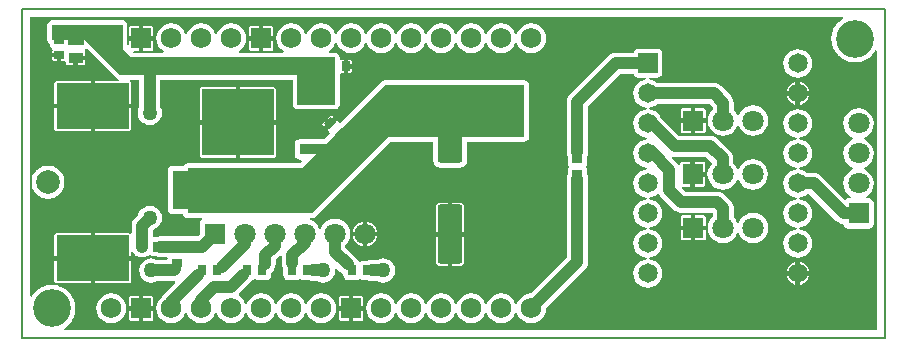
<source format=gtl>
G04 Layer_Physical_Order=1*
G04 Layer_Color=255*
%FSLAX24Y24*%
%MOIN*%
G70*
G01*
G75*
%ADD10R,0.0319X0.0280*%
%ADD11R,0.0512X0.0374*%
%ADD12R,0.0520X0.0386*%
%ADD13R,0.0280X0.0319*%
G04:AMPARAMS|DCode=14|XSize=31.9mil|YSize=28mil|CornerRadius=0mil|HoleSize=0mil|Usage=FLASHONLY|Rotation=45.000|XOffset=0mil|YOffset=0mil|HoleType=Round|Shape=Rectangle|*
%AMROTATEDRECTD14*
4,1,4,-0.0014,-0.0212,-0.0212,-0.0014,0.0014,0.0212,0.0212,0.0014,-0.0014,-0.0212,0.0*
%
%ADD14ROTATEDRECTD14*%

G04:AMPARAMS|DCode=15|XSize=199.2mil|YSize=83.1mil|CornerRadius=10.4mil|HoleSize=0mil|Usage=FLASHONLY|Rotation=270.000|XOffset=0mil|YOffset=0mil|HoleType=Round|Shape=RoundedRectangle|*
%AMROUNDEDRECTD15*
21,1,0.1992,0.0623,0,0,270.0*
21,1,0.1784,0.0831,0,0,270.0*
1,1,0.0208,-0.0312,-0.0892*
1,1,0.0208,-0.0312,0.0892*
1,1,0.0208,0.0312,0.0892*
1,1,0.0208,0.0312,-0.0892*
%
%ADD15ROUNDEDRECTD15*%
%ADD16R,0.2398X0.2217*%
%ADD17R,0.1114X0.0382*%
%ADD18R,0.2441X0.1535*%
%ADD19R,0.1732X0.1299*%
%ADD20C,0.0394*%
%ADD21C,0.0050*%
%ADD22C,0.0650*%
%ADD23R,0.0650X0.0650*%
%ADD24C,0.0709*%
%ADD25R,0.0709X0.0709*%
%ADD26C,0.0690*%
%ADD27R,0.0690X0.0690*%
%ADD28R,0.0709X0.0709*%
%ADD29C,0.0787*%
%ADD30C,0.1260*%
%ADD31C,0.0500*%
G36*
X37366Y20655D02*
X37332Y20637D01*
X37321Y20627D01*
X37320Y20627D01*
X37307Y20620D01*
X37211Y20542D01*
X37202Y20530D01*
X37190Y20520D01*
X37111Y20424D01*
X37104Y20411D01*
X37104Y20411D01*
X37095Y20399D01*
X37036Y20290D01*
X37032Y20276D01*
X37025Y20262D01*
X36989Y20144D01*
X36987Y20129D01*
X36983Y20114D01*
X36971Y19991D01*
X36972Y19976D01*
X36971Y19961D01*
X36983Y19837D01*
X36987Y19823D01*
X36989Y19808D01*
X37025Y19689D01*
X37032Y19676D01*
X37036Y19661D01*
X37095Y19552D01*
X37104Y19540D01*
X37104Y19540D01*
X37111Y19527D01*
X37190Y19431D01*
X37202Y19422D01*
X37211Y19410D01*
X37307Y19331D01*
X37320Y19324D01*
X37321Y19324D01*
X37332Y19315D01*
X37442Y19256D01*
X37456Y19252D01*
X37469Y19245D01*
X37588Y19209D01*
X37603Y19207D01*
X37617Y19203D01*
X37741Y19191D01*
X37748Y19191D01*
X37756Y19190D01*
X37763Y19191D01*
X37771Y19191D01*
X37894Y19203D01*
X37909Y19207D01*
X37924Y19209D01*
X38043Y19245D01*
X38056Y19252D01*
X38070Y19256D01*
X38180Y19315D01*
X38191Y19324D01*
X38191Y19324D01*
X38205Y19331D01*
X38300Y19410D01*
X38310Y19422D01*
X38322Y19431D01*
X38400Y19527D01*
X38408Y19540D01*
X38408Y19540D01*
X38417Y19552D01*
X38435Y19586D01*
X38485Y19573D01*
Y10255D01*
X11387D01*
X11374Y10305D01*
X11408Y10323D01*
X11420Y10333D01*
X11420Y10333D01*
X11433Y10340D01*
X11529Y10418D01*
X11538Y10430D01*
X11550Y10440D01*
X11629Y10536D01*
X11636Y10549D01*
X11636Y10549D01*
X11645Y10560D01*
X11704Y10670D01*
X11708Y10684D01*
X11715Y10698D01*
X11751Y10816D01*
X11753Y10831D01*
X11757Y10846D01*
X11769Y10969D01*
X11768Y10984D01*
X11769Y10999D01*
X11757Y11123D01*
X11753Y11137D01*
X11751Y11152D01*
X11715Y11271D01*
X11708Y11284D01*
X11704Y11299D01*
X11645Y11408D01*
X11636Y11420D01*
X11636Y11420D01*
X11629Y11433D01*
X11550Y11529D01*
X11538Y11538D01*
X11529Y11550D01*
X11433Y11629D01*
X11420Y11636D01*
X11420Y11636D01*
X11408Y11645D01*
X11299Y11704D01*
X11284Y11708D01*
X11271Y11715D01*
X11152Y11751D01*
X11137Y11753D01*
X11123Y11757D01*
X10999Y11769D01*
X10992Y11769D01*
X10984Y11770D01*
X10977Y11769D01*
X10969Y11769D01*
X10846Y11757D01*
X10831Y11753D01*
X10816Y11751D01*
X10698Y11715D01*
X10684Y11708D01*
X10670Y11704D01*
X10560Y11645D01*
X10549Y11636D01*
X10549Y11636D01*
X10536Y11629D01*
X10440Y11550D01*
X10430Y11538D01*
X10418Y11529D01*
X10340Y11433D01*
X10333Y11420D01*
X10333Y11420D01*
X10323Y11408D01*
X10305Y11374D01*
X10255Y11387D01*
Y20705D01*
X37354D01*
X37366Y20655D01*
D02*
G37*
%LPC*%
G36*
X32781Y13594D02*
X32437D01*
Y13250D01*
X32717D01*
X32762Y13269D01*
X32781Y13315D01*
Y13594D01*
D02*
G37*
G36*
X32287D02*
X31943D01*
Y13315D01*
X31962Y13269D01*
X32008Y13250D01*
X32287D01*
Y13594D01*
D02*
G37*
G36*
X24567Y14510D02*
X24331D01*
Y13526D01*
X24734D01*
Y14343D01*
X24722Y14407D01*
X24686Y14461D01*
X24631Y14497D01*
X24567Y14510D01*
D02*
G37*
G36*
X24181D02*
X23944D01*
X23880Y14497D01*
X23826Y14461D01*
X23790Y14407D01*
X23777Y14343D01*
Y13526D01*
X24181D01*
Y14510D01*
D02*
G37*
G36*
X12275Y13486D02*
X11130D01*
X11084Y13467D01*
X11065Y13421D01*
Y12729D01*
X12275D01*
Y13486D01*
D02*
G37*
G36*
X24734Y13376D02*
X24331D01*
Y12392D01*
X24567D01*
X24631Y12404D01*
X24686Y12440D01*
X24722Y12495D01*
X24734Y12559D01*
Y13376D01*
D02*
G37*
G36*
X21827Y13390D02*
X21494D01*
Y13057D01*
X21527Y13061D01*
X21628Y13103D01*
X21715Y13169D01*
X21781Y13256D01*
X21823Y13356D01*
X21827Y13390D01*
D02*
G37*
G36*
X21344D02*
X21011D01*
X21016Y13356D01*
X21057Y13256D01*
X21124Y13169D01*
X21210Y13103D01*
X21311Y13061D01*
X21344Y13057D01*
Y13390D01*
D02*
G37*
G36*
X32766Y15382D02*
X32421D01*
Y15037D01*
X32701D01*
X32747Y15056D01*
X32766Y15102D01*
Y15382D01*
D02*
G37*
G36*
X37874Y17662D02*
X37742Y17645D01*
X37620Y17594D01*
X37514Y17513D01*
X37433Y17408D01*
X37383Y17285D01*
X37365Y17154D01*
X37383Y17022D01*
X37433Y16899D01*
X37514Y16794D01*
X37620Y16713D01*
X37698Y16681D01*
Y16626D01*
X37620Y16594D01*
X37514Y16513D01*
X37433Y16408D01*
X37383Y16285D01*
X37365Y16154D01*
X37383Y16022D01*
X37433Y15899D01*
X37514Y15794D01*
X37620Y15713D01*
X37698Y15681D01*
Y15626D01*
X37620Y15594D01*
X37514Y15513D01*
X37433Y15408D01*
X37383Y15285D01*
X37365Y15154D01*
X37383Y15022D01*
X37433Y14899D01*
X37514Y14794D01*
X37620Y14713D01*
X37625Y14711D01*
X37615Y14661D01*
X37520D01*
X37461Y14649D01*
X37412Y14616D01*
X37410Y14616D01*
X36625Y15401D01*
X36553Y15457D01*
X36469Y15491D01*
X36378Y15503D01*
X36170D01*
X36086Y15568D01*
X35970Y15616D01*
X35878Y15628D01*
Y15679D01*
X35970Y15691D01*
X36086Y15739D01*
X36185Y15815D01*
X36261Y15914D01*
X36309Y16030D01*
X36325Y16154D01*
X36309Y16277D01*
X36261Y16393D01*
X36185Y16492D01*
X36086Y16568D01*
X35970Y16616D01*
X35878Y16628D01*
Y16679D01*
X35970Y16691D01*
X36086Y16739D01*
X36185Y16815D01*
X36261Y16914D01*
X36309Y17030D01*
X36325Y17154D01*
X36309Y17277D01*
X36261Y17393D01*
X36185Y17492D01*
X36086Y17568D01*
X35970Y17616D01*
X35846Y17632D01*
X35723Y17616D01*
X35607Y17568D01*
X35508Y17492D01*
X35432Y17393D01*
X35384Y17277D01*
X35368Y17154D01*
X35384Y17030D01*
X35432Y16914D01*
X35508Y16815D01*
X35607Y16739D01*
X35723Y16691D01*
X35815Y16679D01*
Y16628D01*
X35723Y16616D01*
X35607Y16568D01*
X35508Y16492D01*
X35432Y16393D01*
X35384Y16277D01*
X35368Y16154D01*
X35384Y16030D01*
X35432Y15914D01*
X35508Y15815D01*
X35607Y15739D01*
X35723Y15691D01*
X35815Y15679D01*
Y15628D01*
X35723Y15616D01*
X35607Y15568D01*
X35508Y15492D01*
X35432Y15393D01*
X35384Y15277D01*
X35368Y15154D01*
X35384Y15030D01*
X35432Y14914D01*
X35508Y14815D01*
X35607Y14739D01*
X35723Y14691D01*
X35815Y14679D01*
Y14628D01*
X35723Y14616D01*
X35607Y14568D01*
X35508Y14492D01*
X35432Y14393D01*
X35384Y14277D01*
X35368Y14154D01*
X35384Y14030D01*
X35432Y13914D01*
X35508Y13815D01*
X35607Y13739D01*
X35723Y13691D01*
X35815Y13679D01*
Y13628D01*
X35723Y13616D01*
X35607Y13568D01*
X35508Y13492D01*
X35432Y13393D01*
X35384Y13277D01*
X35368Y13154D01*
X35384Y13030D01*
X35432Y12914D01*
X35508Y12815D01*
X35607Y12739D01*
X35723Y12691D01*
X35846Y12675D01*
X35970Y12691D01*
X36086Y12739D01*
X36185Y12815D01*
X36261Y12914D01*
X36309Y13030D01*
X36325Y13154D01*
X36309Y13277D01*
X36261Y13393D01*
X36185Y13492D01*
X36086Y13568D01*
X35970Y13616D01*
X35878Y13628D01*
Y13679D01*
X35970Y13691D01*
X36086Y13739D01*
X36185Y13815D01*
X36261Y13914D01*
X36309Y14030D01*
X36325Y14154D01*
X36309Y14277D01*
X36261Y14393D01*
X36185Y14492D01*
X36086Y14568D01*
X35970Y14616D01*
X35878Y14628D01*
Y14679D01*
X35970Y14691D01*
X36086Y14739D01*
X36170Y14804D01*
X36233D01*
X37131Y13906D01*
X37203Y13851D01*
X37287Y13816D01*
X37367Y13805D01*
Y13799D01*
X37378Y13741D01*
X37412Y13691D01*
X37461Y13658D01*
X37520Y13646D01*
X38228D01*
X38287Y13658D01*
X38336Y13691D01*
X38370Y13741D01*
X38381Y13799D01*
Y14508D01*
X38370Y14566D01*
X38336Y14616D01*
X38287Y14649D01*
X38228Y14661D01*
X38133D01*
X38123Y14711D01*
X38128Y14713D01*
X38234Y14794D01*
X38315Y14899D01*
X38365Y15022D01*
X38383Y15154D01*
X38365Y15285D01*
X38315Y15408D01*
X38234Y15513D01*
X38128Y15594D01*
X38050Y15626D01*
Y15681D01*
X38128Y15713D01*
X38234Y15794D01*
X38315Y15899D01*
X38365Y16022D01*
X38383Y16154D01*
X38365Y16285D01*
X38315Y16408D01*
X38234Y16513D01*
X38128Y16594D01*
X38050Y16626D01*
Y16681D01*
X38128Y16713D01*
X38234Y16794D01*
X38315Y16899D01*
X38365Y17022D01*
X38383Y17154D01*
X38365Y17285D01*
X38315Y17408D01*
X38234Y17513D01*
X38128Y17594D01*
X38006Y17645D01*
X37874Y17662D01*
D02*
G37*
G36*
X10854Y15743D02*
X10844Y15741D01*
X10834Y15742D01*
X10732Y15728D01*
X10717Y15723D01*
X10712Y15723D01*
X10708Y15721D01*
X10693Y15718D01*
X10597Y15678D01*
X10585Y15670D01*
X10580Y15668D01*
X10576Y15665D01*
X10563Y15658D01*
X10480Y15595D01*
X10470Y15584D01*
X10467Y15581D01*
X10464Y15577D01*
X10452Y15567D01*
X10389Y15485D01*
X10382Y15471D01*
X10379Y15467D01*
X10378Y15463D01*
X10369Y15450D01*
X10329Y15354D01*
X10327Y15339D01*
X10325Y15335D01*
X10324Y15330D01*
X10319Y15316D01*
X10306Y15213D01*
X10307Y15198D01*
X10306Y15193D01*
X10307Y15188D01*
X10306Y15173D01*
X10319Y15070D01*
X10324Y15056D01*
X10325Y15051D01*
X10327Y15046D01*
X10329Y15032D01*
X10369Y14936D01*
X10378Y14923D01*
X10379Y14919D01*
X10382Y14915D01*
X10389Y14901D01*
X10452Y14819D01*
X10464Y14809D01*
X10467Y14805D01*
X10470Y14802D01*
X10480Y14791D01*
X10563Y14728D01*
X10576Y14721D01*
X10580Y14718D01*
X10585Y14716D01*
X10597Y14708D01*
X10693Y14668D01*
X10708Y14665D01*
X10712Y14663D01*
X10717Y14663D01*
X10732Y14658D01*
X10834Y14644D01*
X10844Y14645D01*
X10854Y14643D01*
X10864Y14645D01*
X10874Y14644D01*
X10977Y14658D01*
X10991Y14663D01*
X10996Y14663D01*
X11001Y14665D01*
X11016Y14668D01*
X11111Y14708D01*
X11124Y14716D01*
X11129Y14718D01*
X11132Y14721D01*
X11146Y14728D01*
X11228Y14791D01*
X11238Y14802D01*
X11242Y14805D01*
X11245Y14809D01*
X11256Y14819D01*
X11320Y14901D01*
X11326Y14915D01*
X11329Y14919D01*
X11331Y14923D01*
X11340Y14936D01*
X11379Y15032D01*
X11382Y15046D01*
X11384Y15051D01*
X11385Y15056D01*
X11390Y15070D01*
X11403Y15173D01*
X11402Y15188D01*
X11403Y15193D01*
X11402Y15198D01*
X11403Y15213D01*
X11390Y15316D01*
X11385Y15330D01*
X11384Y15335D01*
X11382Y15339D01*
X11379Y15354D01*
X11340Y15450D01*
X11331Y15463D01*
X11329Y15467D01*
X11326Y15471D01*
X11320Y15485D01*
X11256Y15567D01*
X11245Y15577D01*
X11242Y15581D01*
X11238Y15584D01*
X11228Y15595D01*
X11146Y15658D01*
X11132Y15665D01*
X11129Y15668D01*
X11124Y15670D01*
X11111Y15678D01*
X11016Y15718D01*
X11001Y15721D01*
X10996Y15723D01*
X10991Y15723D01*
X10977Y15728D01*
X10874Y15742D01*
X10864Y15741D01*
X10854Y15743D01*
D02*
G37*
G36*
X32701Y15876D02*
X32421D01*
Y15532D01*
X32766D01*
Y15811D01*
X32747Y15857D01*
X32701Y15876D01*
D02*
G37*
G36*
X21494Y13873D02*
Y13540D01*
X21827D01*
X21823Y13573D01*
X21781Y13674D01*
X21715Y13760D01*
X21628Y13826D01*
X21527Y13868D01*
X21494Y13873D01*
D02*
G37*
G36*
X21344D02*
X21311Y13868D01*
X21210Y13826D01*
X21124Y13760D01*
X21057Y13674D01*
X21016Y13573D01*
X21011Y13540D01*
X21344D01*
Y13873D01*
D02*
G37*
G36*
X32717Y14089D02*
X32437D01*
Y13744D01*
X32781D01*
Y14024D01*
X32762Y14070D01*
X32717Y14089D01*
D02*
G37*
G36*
X32287D02*
X32008D01*
X31962Y14070D01*
X31943Y14024D01*
Y13744D01*
X32287D01*
Y14089D01*
D02*
G37*
G36*
X13886Y11394D02*
X13616D01*
X13570Y11375D01*
X13551Y11329D01*
Y11059D01*
X13886D01*
Y11394D01*
D02*
G37*
G36*
X21371Y10909D02*
X21036D01*
Y10574D01*
X21306D01*
X21352Y10593D01*
X21371Y10639D01*
Y10909D01*
D02*
G37*
G36*
X14306Y11394D02*
X14036D01*
Y11059D01*
X14371D01*
Y11329D01*
X14352Y11375D01*
X14306Y11394D01*
D02*
G37*
G36*
X20886D02*
X20616D01*
X20570Y11375D01*
X20551Y11329D01*
Y11059D01*
X20886D01*
Y11394D01*
D02*
G37*
G36*
X13886Y10909D02*
X13551D01*
Y10639D01*
X13570Y10593D01*
X13616Y10574D01*
X13886D01*
Y10909D01*
D02*
G37*
G36*
X12961Y11484D02*
X12831Y11467D01*
X12711Y11417D01*
X12608Y11337D01*
X12528Y11234D01*
X12478Y11113D01*
X12461Y10984D01*
X12478Y10855D01*
X12528Y10735D01*
X12608Y10631D01*
X12711Y10552D01*
X12831Y10502D01*
X12961Y10485D01*
X13090Y10502D01*
X13210Y10552D01*
X13314Y10631D01*
X13393Y10735D01*
X13443Y10855D01*
X13460Y10984D01*
X13443Y11113D01*
X13393Y11234D01*
X13314Y11337D01*
X13210Y11417D01*
X13090Y11467D01*
X12961Y11484D01*
D02*
G37*
G36*
X20886Y10909D02*
X20551D01*
Y10639D01*
X20570Y10593D01*
X20616Y10574D01*
X20886D01*
Y10909D01*
D02*
G37*
G36*
X14371D02*
X14036D01*
Y10574D01*
X14306D01*
X14352Y10593D01*
X14371Y10639D01*
Y10909D01*
D02*
G37*
G36*
X35771Y12532D02*
X35746Y12528D01*
X35652Y12490D01*
X35572Y12428D01*
X35510Y12348D01*
X35472Y12254D01*
X35468Y12229D01*
X35771D01*
Y12532D01*
D02*
G37*
G36*
X13636Y12579D02*
X12425D01*
Y11821D01*
X13571D01*
X13617Y11840D01*
X13636Y11886D01*
Y12579D01*
D02*
G37*
G36*
X24181Y13376D02*
X23777D01*
Y12559D01*
X23790Y12495D01*
X23826Y12440D01*
X23880Y12404D01*
X23944Y12392D01*
X24181D01*
Y13376D01*
D02*
G37*
G36*
X35921Y12532D02*
Y12229D01*
X36225D01*
X36221Y12254D01*
X36183Y12348D01*
X36121Y12428D01*
X36041Y12490D01*
X35947Y12528D01*
X35921Y12532D01*
D02*
G37*
G36*
X35771Y12079D02*
X35468D01*
X35472Y12053D01*
X35510Y11959D01*
X35572Y11879D01*
X35652Y11817D01*
X35746Y11779D01*
X35771Y11775D01*
Y12079D01*
D02*
G37*
G36*
X21306Y11394D02*
X21036D01*
Y11059D01*
X21371D01*
Y11329D01*
X21352Y11375D01*
X21306Y11394D01*
D02*
G37*
G36*
X12275Y12579D02*
X11065D01*
Y11886D01*
X11084Y11840D01*
X11130Y11821D01*
X12275D01*
Y12579D01*
D02*
G37*
G36*
X36225Y12079D02*
X35921D01*
Y11775D01*
X35947Y11779D01*
X36041Y11817D01*
X36121Y11879D01*
X36183Y11959D01*
X36221Y12053D01*
X36225Y12079D01*
D02*
G37*
G36*
X17106Y17110D02*
X15917D01*
Y16077D01*
X15936Y16031D01*
X15982Y16012D01*
X17106D01*
Y17110D01*
D02*
G37*
G36*
X35846Y19632D02*
X35723Y19616D01*
X35607Y19568D01*
X35508Y19492D01*
X35432Y19393D01*
X35384Y19277D01*
X35368Y19154D01*
X35384Y19030D01*
X35432Y18914D01*
X35508Y18815D01*
X35607Y18739D01*
X35723Y18691D01*
X35846Y18675D01*
X35970Y18691D01*
X36086Y18739D01*
X36185Y18815D01*
X36261Y18914D01*
X36309Y19030D01*
X36325Y19154D01*
X36309Y19277D01*
X36261Y19393D01*
X36185Y19492D01*
X36086Y19568D01*
X35970Y19616D01*
X35846Y19632D01*
D02*
G37*
G36*
X20990Y18980D02*
X20860D01*
Y18831D01*
X20925D01*
X20971Y18850D01*
X20990Y18896D01*
Y18980D01*
D02*
G37*
G36*
X12092Y19264D02*
X11847D01*
Y19087D01*
X12028D01*
X12073Y19106D01*
X12092Y19152D01*
Y19264D01*
D02*
G37*
G36*
X35921Y18532D02*
Y18229D01*
X36225D01*
X36221Y18254D01*
X36183Y18348D01*
X36121Y18428D01*
X36041Y18490D01*
X35947Y18528D01*
X35921Y18532D01*
D02*
G37*
G36*
X14306Y20394D02*
X14036D01*
Y20059D01*
X14371D01*
Y20329D01*
X14352Y20375D01*
X14306Y20394D01*
D02*
G37*
G36*
X12275Y18565D02*
X11130D01*
X11084Y18546D01*
X11065Y18500D01*
Y17807D01*
X12275D01*
Y18565D01*
D02*
G37*
G36*
X35771Y18532D02*
X35746Y18528D01*
X35652Y18490D01*
X35572Y18428D01*
X35510Y18348D01*
X35472Y18254D01*
X35468Y18229D01*
X35771D01*
Y18532D01*
D02*
G37*
G36*
X20925Y19280D02*
X20860D01*
Y19130D01*
X20990D01*
Y19215D01*
X20971Y19260D01*
X20925Y19280D01*
D02*
G37*
G36*
X18371Y19909D02*
X18036D01*
Y19574D01*
X18306D01*
X18352Y19593D01*
X18371Y19639D01*
Y19909D01*
D02*
G37*
G36*
X13886Y20394D02*
X13616D01*
X13570Y20375D01*
X13551Y20329D01*
Y20059D01*
X13886D01*
Y20394D01*
D02*
G37*
G36*
X17886D02*
X17616D01*
X17570Y20375D01*
X17551Y20329D01*
Y20059D01*
X17886D01*
Y20394D01*
D02*
G37*
G36*
Y19909D02*
X17551D01*
Y19639D01*
X17570Y19593D01*
X17616Y19574D01*
X17886D01*
Y19909D01*
D02*
G37*
G36*
X11145Y19352D02*
X10995D01*
Y19287D01*
X11014Y19241D01*
X11060Y19222D01*
X11145D01*
Y19352D01*
D02*
G37*
G36*
X13346Y20586D02*
X10984D01*
X10926Y20574D01*
X10876Y20541D01*
X10843Y20492D01*
X10831Y20433D01*
Y19941D01*
X10843Y19882D01*
X10876Y19833D01*
X10907Y19812D01*
Y19795D01*
X10919Y19736D01*
X10952Y19687D01*
X10995Y19658D01*
X11004Y19636D01*
X11010Y19601D01*
X10995Y19567D01*
Y19502D01*
X11220D01*
Y19427D01*
X11295D01*
Y19222D01*
X11379D01*
X11401Y19231D01*
X11451Y19202D01*
Y19152D01*
X11470Y19106D01*
X11516Y19087D01*
X11697D01*
Y19339D01*
X11772D01*
Y19414D01*
X12092D01*
Y19526D01*
X12076Y19565D01*
X12082Y19595D01*
X12090Y19619D01*
X12140Y19652D01*
X12140Y19652D01*
X13140Y18652D01*
X13190Y18619D01*
X13208Y18615D01*
X13203Y18565D01*
X12425D01*
Y17807D01*
X13636D01*
Y18500D01*
X13617Y18546D01*
X13590Y18557D01*
X13600Y18607D01*
X13900D01*
Y17701D01*
X13860Y17604D01*
X13847Y17500D01*
X13860Y17396D01*
X13901Y17298D01*
X13965Y17215D01*
X14048Y17151D01*
X14146Y17110D01*
X14250Y17097D01*
X14354Y17110D01*
X14452Y17151D01*
X14535Y17215D01*
X14599Y17298D01*
X14640Y17396D01*
X14653Y17500D01*
X14640Y17604D01*
X14600Y17701D01*
Y18607D01*
X19017Y18607D01*
Y17776D01*
X19029Y17717D01*
X19062Y17667D01*
X19112Y17634D01*
X19170Y17623D01*
X20420Y17623D01*
X20479Y17634D01*
X20528Y17667D01*
X20562Y17717D01*
X20573Y17776D01*
X20573Y18760D01*
Y18811D01*
X20623Y18840D01*
X20646Y18831D01*
X20710D01*
Y19055D01*
Y19280D01*
X20646D01*
X20623Y19270D01*
X20573Y19299D01*
Y19350D01*
X20562Y19409D01*
X20528Y19459D01*
X20479Y19492D01*
X20420Y19503D01*
X20231D01*
X20212Y19550D01*
X20212Y19553D01*
X20314Y19631D01*
X20393Y19735D01*
X20434Y19833D01*
X20488D01*
X20528Y19735D01*
X20608Y19631D01*
X20711Y19552D01*
X20831Y19502D01*
X20961Y19485D01*
X21090Y19502D01*
X21210Y19552D01*
X21314Y19631D01*
X21393Y19735D01*
X21434Y19833D01*
X21488D01*
X21528Y19735D01*
X21608Y19631D01*
X21711Y19552D01*
X21831Y19502D01*
X21961Y19485D01*
X22090Y19502D01*
X22210Y19552D01*
X22314Y19631D01*
X22393Y19735D01*
X22434Y19833D01*
X22488D01*
X22528Y19735D01*
X22608Y19631D01*
X22711Y19552D01*
X22831Y19502D01*
X22961Y19485D01*
X23090Y19502D01*
X23210Y19552D01*
X23314Y19631D01*
X23393Y19735D01*
X23434Y19833D01*
X23488D01*
X23528Y19735D01*
X23608Y19631D01*
X23711Y19552D01*
X23831Y19502D01*
X23961Y19485D01*
X24090Y19502D01*
X24210Y19552D01*
X24314Y19631D01*
X24393Y19735D01*
X24434Y19833D01*
X24488D01*
X24528Y19735D01*
X24608Y19631D01*
X24711Y19552D01*
X24831Y19502D01*
X24961Y19485D01*
X25090Y19502D01*
X25210Y19552D01*
X25314Y19631D01*
X25393Y19735D01*
X25434Y19833D01*
X25488D01*
X25528Y19735D01*
X25608Y19631D01*
X25711Y19552D01*
X25831Y19502D01*
X25961Y19485D01*
X26090Y19502D01*
X26210Y19552D01*
X26314Y19631D01*
X26393Y19735D01*
X26434Y19833D01*
X26488D01*
X26528Y19735D01*
X26608Y19631D01*
X26711Y19552D01*
X26831Y19502D01*
X26961Y19485D01*
X27090Y19502D01*
X27210Y19552D01*
X27314Y19631D01*
X27393Y19735D01*
X27443Y19855D01*
X27460Y19984D01*
X27443Y20113D01*
X27393Y20234D01*
X27314Y20337D01*
X27210Y20417D01*
X27090Y20467D01*
X26961Y20484D01*
X26831Y20467D01*
X26711Y20417D01*
X26608Y20337D01*
X26528Y20234D01*
X26488Y20136D01*
X26434D01*
X26393Y20234D01*
X26314Y20337D01*
X26210Y20417D01*
X26090Y20467D01*
X25961Y20484D01*
X25831Y20467D01*
X25711Y20417D01*
X25608Y20337D01*
X25528Y20234D01*
X25488Y20136D01*
X25434D01*
X25393Y20234D01*
X25314Y20337D01*
X25210Y20417D01*
X25090Y20467D01*
X24961Y20484D01*
X24831Y20467D01*
X24711Y20417D01*
X24608Y20337D01*
X24528Y20234D01*
X24488Y20136D01*
X24434D01*
X24393Y20234D01*
X24314Y20337D01*
X24210Y20417D01*
X24090Y20467D01*
X23961Y20484D01*
X23831Y20467D01*
X23711Y20417D01*
X23608Y20337D01*
X23528Y20234D01*
X23488Y20136D01*
X23434D01*
X23393Y20234D01*
X23314Y20337D01*
X23210Y20417D01*
X23090Y20467D01*
X22961Y20484D01*
X22831Y20467D01*
X22711Y20417D01*
X22608Y20337D01*
X22528Y20234D01*
X22488Y20136D01*
X22434D01*
X22393Y20234D01*
X22314Y20337D01*
X22210Y20417D01*
X22090Y20467D01*
X21961Y20484D01*
X21831Y20467D01*
X21711Y20417D01*
X21608Y20337D01*
X21528Y20234D01*
X21488Y20136D01*
X21434D01*
X21393Y20234D01*
X21314Y20337D01*
X21210Y20417D01*
X21090Y20467D01*
X20961Y20484D01*
X20831Y20467D01*
X20711Y20417D01*
X20608Y20337D01*
X20528Y20234D01*
X20488Y20136D01*
X20434D01*
X20393Y20234D01*
X20314Y20337D01*
X20210Y20417D01*
X20090Y20467D01*
X19961Y20484D01*
X19831Y20467D01*
X19711Y20417D01*
X19608Y20337D01*
X19528Y20234D01*
X19488Y20136D01*
X19434D01*
X19393Y20234D01*
X19314Y20337D01*
X19210Y20417D01*
X19090Y20467D01*
X18961Y20484D01*
X18831Y20467D01*
X18711Y20417D01*
X18608Y20337D01*
X18528Y20234D01*
X18478Y20113D01*
X18461Y19984D01*
X18478Y19855D01*
X18528Y19735D01*
X18608Y19631D01*
X18709Y19553D01*
X18709Y19550D01*
X18691Y19503D01*
X17231Y19503D01*
X17212Y19550D01*
X17212Y19553D01*
X17314Y19631D01*
X17393Y19735D01*
X17443Y19855D01*
X17460Y19984D01*
X17443Y20113D01*
X17393Y20234D01*
X17314Y20337D01*
X17210Y20417D01*
X17090Y20467D01*
X16961Y20484D01*
X16831Y20467D01*
X16711Y20417D01*
X16608Y20337D01*
X16528Y20234D01*
X16488Y20136D01*
X16434D01*
X16393Y20234D01*
X16314Y20337D01*
X16210Y20417D01*
X16090Y20467D01*
X15961Y20484D01*
X15831Y20467D01*
X15711Y20417D01*
X15608Y20337D01*
X15528Y20234D01*
X15488Y20136D01*
X15434D01*
X15393Y20234D01*
X15314Y20337D01*
X15210Y20417D01*
X15090Y20467D01*
X14961Y20484D01*
X14831Y20467D01*
X14711Y20417D01*
X14608Y20337D01*
X14528Y20234D01*
X14478Y20113D01*
X14461Y19984D01*
X14478Y19855D01*
X14528Y19735D01*
X14608Y19631D01*
X14709Y19553D01*
X14709Y19550D01*
X14691Y19503D01*
X14429D01*
X13706Y19503D01*
X13691Y19524D01*
X13716Y19574D01*
X13886D01*
Y19909D01*
X13551D01*
Y19765D01*
X13501Y19738D01*
X13499Y19739D01*
Y20433D01*
X13488Y20492D01*
X13455Y20541D01*
X13405Y20574D01*
X13346Y20586D01*
D02*
G37*
G36*
X14371Y19909D02*
X14036D01*
Y19574D01*
X14306D01*
X14352Y19593D01*
X14371Y19639D01*
Y19909D01*
D02*
G37*
G36*
X36225Y18079D02*
X35921D01*
Y17775D01*
X35947Y17779D01*
X36041Y17817D01*
X36121Y17879D01*
X36183Y17959D01*
X36221Y18053D01*
X36225Y18079D01*
D02*
G37*
G36*
X32781Y17169D02*
X32437D01*
Y16825D01*
X32717D01*
X32762Y16844D01*
X32781Y16890D01*
Y17169D01*
D02*
G37*
G36*
X12275Y17657D02*
X11065D01*
Y16965D01*
X11084Y16919D01*
X11130Y16900D01*
X12275D01*
Y17657D01*
D02*
G37*
G36*
X13636D02*
X12425D01*
Y16900D01*
X13571D01*
X13617Y16919D01*
X13636Y16965D01*
Y17657D01*
D02*
G37*
G36*
X32287Y17169D02*
X31943D01*
Y16890D01*
X31962Y16844D01*
X32008Y16825D01*
X32287D01*
Y17169D01*
D02*
G37*
G36*
X18445Y17110D02*
X17256D01*
Y16012D01*
X18380D01*
X18426Y16031D01*
X18445Y16077D01*
Y17110D01*
D02*
G37*
G36*
X18306Y20394D02*
X18036D01*
Y20059D01*
X18371D01*
Y20329D01*
X18352Y20375D01*
X18306Y20394D01*
D02*
G37*
G36*
X31171Y19631D02*
X30522D01*
X30463Y19620D01*
X30414Y19586D01*
X30380Y19537D01*
X30374Y19503D01*
X29783D01*
X29693Y19491D01*
X29609Y19457D01*
X29536Y19401D01*
X28257Y18121D01*
X28201Y18049D01*
X28166Y17965D01*
X28154Y17874D01*
Y16201D01*
X28166Y16110D01*
X28192Y16049D01*
Y15823D01*
X28203Y15764D01*
X28236Y15715D01*
Y15703D01*
X28203Y15653D01*
X28192Y15594D01*
Y15467D01*
X28166Y15406D01*
X28154Y15315D01*
Y12672D01*
X26965Y11483D01*
X26961Y11484D01*
X26831Y11467D01*
X26711Y11417D01*
X26608Y11337D01*
X26528Y11234D01*
X26488Y11136D01*
X26434D01*
X26393Y11234D01*
X26314Y11337D01*
X26210Y11417D01*
X26090Y11467D01*
X25961Y11484D01*
X25831Y11467D01*
X25711Y11417D01*
X25608Y11337D01*
X25528Y11234D01*
X25488Y11136D01*
X25434D01*
X25393Y11234D01*
X25314Y11337D01*
X25210Y11417D01*
X25090Y11467D01*
X24961Y11484D01*
X24831Y11467D01*
X24711Y11417D01*
X24608Y11337D01*
X24528Y11234D01*
X24488Y11136D01*
X24434D01*
X24393Y11234D01*
X24314Y11337D01*
X24210Y11417D01*
X24090Y11467D01*
X23961Y11484D01*
X23831Y11467D01*
X23711Y11417D01*
X23608Y11337D01*
X23528Y11234D01*
X23488Y11136D01*
X23434D01*
X23393Y11234D01*
X23314Y11337D01*
X23210Y11417D01*
X23090Y11467D01*
X22961Y11484D01*
X22831Y11467D01*
X22711Y11417D01*
X22608Y11337D01*
X22528Y11234D01*
X22488Y11136D01*
X22434D01*
X22393Y11234D01*
X22314Y11337D01*
X22210Y11417D01*
X22090Y11467D01*
X21961Y11484D01*
X21831Y11467D01*
X21711Y11417D01*
X21608Y11337D01*
X21528Y11234D01*
X21478Y11113D01*
X21461Y10984D01*
X21478Y10855D01*
X21528Y10735D01*
X21608Y10631D01*
X21711Y10552D01*
X21831Y10502D01*
X21961Y10485D01*
X22090Y10502D01*
X22210Y10552D01*
X22314Y10631D01*
X22393Y10735D01*
X22434Y10833D01*
X22488D01*
X22528Y10735D01*
X22608Y10631D01*
X22711Y10552D01*
X22831Y10502D01*
X22961Y10485D01*
X23090Y10502D01*
X23210Y10552D01*
X23314Y10631D01*
X23393Y10735D01*
X23434Y10833D01*
X23488D01*
X23528Y10735D01*
X23608Y10631D01*
X23711Y10552D01*
X23831Y10502D01*
X23961Y10485D01*
X24090Y10502D01*
X24210Y10552D01*
X24314Y10631D01*
X24393Y10735D01*
X24434Y10833D01*
X24488D01*
X24528Y10735D01*
X24608Y10631D01*
X24711Y10552D01*
X24831Y10502D01*
X24961Y10485D01*
X25090Y10502D01*
X25210Y10552D01*
X25314Y10631D01*
X25393Y10735D01*
X25434Y10833D01*
X25488D01*
X25528Y10735D01*
X25608Y10631D01*
X25711Y10552D01*
X25831Y10502D01*
X25961Y10485D01*
X26090Y10502D01*
X26210Y10552D01*
X26314Y10631D01*
X26393Y10735D01*
X26434Y10833D01*
X26488D01*
X26528Y10735D01*
X26608Y10631D01*
X26711Y10552D01*
X26831Y10502D01*
X26961Y10485D01*
X27090Y10502D01*
X27210Y10552D01*
X27314Y10631D01*
X27393Y10735D01*
X27443Y10855D01*
X27460Y10984D01*
X27459Y10988D01*
X28751Y12280D01*
X28807Y12353D01*
X28842Y12437D01*
X28854Y12528D01*
Y15315D01*
X28842Y15406D01*
X28816Y15467D01*
Y15594D01*
X28805Y15653D01*
X28772Y15703D01*
Y15715D01*
X28805Y15764D01*
X28816Y15823D01*
Y16049D01*
X28842Y16110D01*
X28854Y16201D01*
Y17729D01*
X29928Y18804D01*
X30374D01*
X30380Y18770D01*
X30414Y18721D01*
X30463Y18687D01*
X30522Y18676D01*
X30793D01*
X30796Y18626D01*
X30723Y18616D01*
X30607Y18568D01*
X30508Y18492D01*
X30432Y18393D01*
X30384Y18277D01*
X30368Y18154D01*
X30384Y18030D01*
X30432Y17914D01*
X30508Y17815D01*
X30607Y17739D01*
X30723Y17691D01*
X30815Y17679D01*
Y17628D01*
X30723Y17616D01*
X30607Y17568D01*
X30508Y17492D01*
X30432Y17393D01*
X30384Y17277D01*
X30368Y17154D01*
X30384Y17030D01*
X30432Y16914D01*
X30508Y16815D01*
X30607Y16739D01*
X30723Y16691D01*
X30815Y16679D01*
Y16628D01*
X30723Y16616D01*
X30607Y16568D01*
X30508Y16492D01*
X30432Y16393D01*
X30384Y16277D01*
X30368Y16154D01*
X30384Y16030D01*
X30432Y15914D01*
X30508Y15815D01*
X30607Y15739D01*
X30723Y15691D01*
X30815Y15679D01*
Y15628D01*
X30723Y15616D01*
X30607Y15568D01*
X30508Y15492D01*
X30432Y15393D01*
X30384Y15277D01*
X30368Y15154D01*
X30384Y15030D01*
X30432Y14914D01*
X30508Y14815D01*
X30607Y14739D01*
X30723Y14691D01*
X30815Y14679D01*
Y14628D01*
X30723Y14616D01*
X30607Y14568D01*
X30508Y14492D01*
X30432Y14393D01*
X30384Y14277D01*
X30368Y14154D01*
X30384Y14030D01*
X30432Y13914D01*
X30508Y13815D01*
X30607Y13739D01*
X30723Y13691D01*
X30815Y13679D01*
Y13628D01*
X30723Y13616D01*
X30607Y13568D01*
X30508Y13492D01*
X30432Y13393D01*
X30384Y13277D01*
X30368Y13154D01*
X30384Y13030D01*
X30432Y12914D01*
X30508Y12815D01*
X30607Y12739D01*
X30723Y12691D01*
X30815Y12679D01*
Y12628D01*
X30723Y12616D01*
X30607Y12568D01*
X30508Y12492D01*
X30432Y12393D01*
X30384Y12277D01*
X30368Y12154D01*
X30384Y12030D01*
X30432Y11914D01*
X30508Y11815D01*
X30607Y11739D01*
X30723Y11691D01*
X30846Y11675D01*
X30970Y11691D01*
X31086Y11739D01*
X31185Y11815D01*
X31261Y11914D01*
X31309Y12030D01*
X31325Y12154D01*
X31309Y12277D01*
X31261Y12393D01*
X31185Y12492D01*
X31086Y12568D01*
X30970Y12616D01*
X30878Y12628D01*
Y12679D01*
X30970Y12691D01*
X31086Y12739D01*
X31185Y12815D01*
X31261Y12914D01*
X31309Y13030D01*
X31325Y13154D01*
X31309Y13277D01*
X31261Y13393D01*
X31185Y13492D01*
X31086Y13568D01*
X30970Y13616D01*
X30878Y13628D01*
Y13679D01*
X30970Y13691D01*
X31086Y13739D01*
X31185Y13815D01*
X31261Y13914D01*
X31309Y14030D01*
X31325Y14154D01*
X31309Y14277D01*
X31261Y14393D01*
X31185Y14492D01*
X31086Y14568D01*
X30970Y14616D01*
X30878Y14628D01*
Y14679D01*
X30970Y14691D01*
X31086Y14739D01*
X31173Y14806D01*
X31216Y14802D01*
X31232Y14794D01*
X31252Y14746D01*
X31308Y14674D01*
X31701Y14280D01*
X31774Y14225D01*
X31858Y14190D01*
X31949Y14178D01*
X33012D01*
Y14037D01*
X33003Y14029D01*
X32922Y13924D01*
X32871Y13801D01*
X32854Y13669D01*
X32871Y13538D01*
X32922Y13415D01*
X33003Y13310D01*
X33108Y13229D01*
X33231Y13178D01*
X33362Y13161D01*
X33494Y13178D01*
X33617Y13229D01*
X33722Y13310D01*
X33803Y13415D01*
X33835Y13493D01*
X33889D01*
X33922Y13415D01*
X34003Y13310D01*
X34108Y13229D01*
X34231Y13178D01*
X34362Y13161D01*
X34494Y13178D01*
X34617Y13229D01*
X34722Y13310D01*
X34803Y13415D01*
X34854Y13538D01*
X34871Y13669D01*
X34854Y13801D01*
X34803Y13924D01*
X34722Y14029D01*
X34617Y14110D01*
X34494Y14161D01*
X34362Y14178D01*
X34231Y14161D01*
X34108Y14110D01*
X34003Y14029D01*
X33922Y13924D01*
X33889Y13845D01*
X33835D01*
X33803Y13924D01*
X33722Y14029D01*
X33712Y14037D01*
Y14331D01*
X33706Y14376D01*
X33700Y14421D01*
X33686Y14456D01*
X33665Y14506D01*
X33610Y14578D01*
X33413Y14775D01*
X33340Y14831D01*
X33256Y14865D01*
X33165Y14877D01*
X32094D01*
X31980Y14991D01*
X31983Y15001D01*
X32004Y15037D01*
X32271D01*
Y15457D01*
Y15876D01*
X31992D01*
X31946Y15857D01*
X31927Y15811D01*
Y15749D01*
X31877Y15739D01*
X31858Y15785D01*
X31802Y15858D01*
X31647Y16014D01*
X31651Y16028D01*
X31673Y16058D01*
X31752Y16048D01*
X32788D01*
X32971Y15865D01*
X32987Y15816D01*
X32906Y15711D01*
X32855Y15588D01*
X32838Y15457D01*
X32855Y15325D01*
X32906Y15202D01*
X32987Y15097D01*
X33092Y15016D01*
X33215Y14965D01*
X33346Y14948D01*
X33478Y14965D01*
X33601Y15016D01*
X33706Y15097D01*
X33787Y15202D01*
X33819Y15281D01*
X33874D01*
X33906Y15202D01*
X33987Y15097D01*
X34092Y15016D01*
X34215Y14965D01*
X34346Y14948D01*
X34478Y14965D01*
X34601Y15016D01*
X34706Y15097D01*
X34787Y15202D01*
X34838Y15325D01*
X34855Y15457D01*
X34838Y15588D01*
X34787Y15711D01*
X34706Y15816D01*
X34601Y15897D01*
X34478Y15948D01*
X34346Y15965D01*
X34215Y15948D01*
X34092Y15897D01*
X33987Y15816D01*
X33906Y15711D01*
X33874Y15633D01*
X33819D01*
X33787Y15711D01*
X33706Y15816D01*
X33696Y15824D01*
Y15984D01*
X33684Y16075D01*
X33649Y16159D01*
X33594Y16232D01*
X33180Y16645D01*
X33108Y16701D01*
X33024Y16736D01*
X32933Y16747D01*
X31897D01*
X31268Y17376D01*
X31261Y17393D01*
X31185Y17492D01*
X31086Y17568D01*
X30970Y17616D01*
X30878Y17628D01*
Y17679D01*
X30970Y17691D01*
X31086Y17739D01*
X31170Y17804D01*
X32902D01*
X33012Y17694D01*
Y17611D01*
X33003Y17604D01*
X32922Y17498D01*
X32871Y17376D01*
X32854Y17244D01*
X32871Y17112D01*
X32922Y16990D01*
X33003Y16884D01*
X33108Y16804D01*
X33231Y16753D01*
X33362Y16735D01*
X33494Y16753D01*
X33617Y16804D01*
X33722Y16884D01*
X33803Y16990D01*
X33835Y17068D01*
X33889D01*
X33922Y16990D01*
X34003Y16884D01*
X34108Y16804D01*
X34231Y16753D01*
X34362Y16735D01*
X34494Y16753D01*
X34617Y16804D01*
X34722Y16884D01*
X34803Y16990D01*
X34854Y17112D01*
X34871Y17244D01*
X34854Y17376D01*
X34803Y17498D01*
X34722Y17604D01*
X34617Y17685D01*
X34494Y17735D01*
X34362Y17753D01*
X34231Y17735D01*
X34108Y17685D01*
X34003Y17604D01*
X33922Y17498D01*
X33889Y17420D01*
X33835D01*
X33803Y17498D01*
X33722Y17604D01*
X33712Y17611D01*
Y17839D01*
X33700Y17929D01*
X33665Y18013D01*
X33610Y18086D01*
X33295Y18401D01*
X33222Y18457D01*
X33138Y18491D01*
X33047Y18503D01*
X31170D01*
X31086Y18568D01*
X30970Y18616D01*
X30897Y18626D01*
X30900Y18676D01*
X31171D01*
X31230Y18687D01*
X31279Y18721D01*
X31313Y18770D01*
X31324Y18829D01*
Y19478D01*
X31313Y19537D01*
X31279Y19586D01*
X31230Y19620D01*
X31171Y19631D01*
D02*
G37*
G36*
X20073Y17242D02*
X20013Y17182D01*
X19994Y17137D01*
X20013Y17091D01*
X20059Y17045D01*
X20165Y17150D01*
X20073Y17242D01*
D02*
G37*
G36*
X32287Y17663D02*
X32008D01*
X31962Y17644D01*
X31943Y17598D01*
Y17319D01*
X32287D01*
Y17663D01*
D02*
G37*
G36*
X32717D02*
X32437D01*
Y17319D01*
X32781D01*
Y17598D01*
X32762Y17644D01*
X32717Y17663D01*
D02*
G37*
G36*
X35771Y18079D02*
X35468D01*
X35472Y18053D01*
X35510Y17959D01*
X35572Y17879D01*
X35652Y17817D01*
X35746Y17779D01*
X35771Y17775D01*
Y18079D01*
D02*
G37*
G36*
X18380Y18358D02*
X17256D01*
Y17260D01*
X18445D01*
Y18293D01*
X18426Y18339D01*
X18380Y18358D01*
D02*
G37*
G36*
X26732Y18584D02*
X22073Y18584D01*
X22014Y18572D01*
X21965Y18539D01*
X20594Y17168D01*
X20539Y17184D01*
X20528Y17210D01*
X20482Y17256D01*
X20324Y17097D01*
X20165Y16939D01*
X20211Y16893D01*
X20237Y16882D01*
X20253Y16828D01*
X20053Y16627D01*
X19242D01*
X19184Y16616D01*
X19134Y16583D01*
X19101Y16533D01*
X19089Y16474D01*
Y16093D01*
X19101Y16034D01*
X19134Y15984D01*
X19184Y15951D01*
X19242Y15940D01*
X19300D01*
X19319Y15893D01*
X19248Y15822D01*
X15512Y15822D01*
X15453Y15811D01*
X15404Y15777D01*
X15378Y15740D01*
X15008D01*
X14949Y15728D01*
X14900Y15695D01*
X14867Y15645D01*
X14855Y15587D01*
Y14287D01*
X14867Y14229D01*
X14900Y14179D01*
X14949Y14146D01*
X15008Y14134D01*
X15363D01*
X15371Y14095D01*
X15404Y14045D01*
X15453Y14012D01*
X15512Y14001D01*
X15977D01*
X15992Y13951D01*
X15957Y13927D01*
X15924Y13877D01*
X15912Y13819D01*
Y13452D01*
X15849Y13389D01*
X14600D01*
X14509Y13377D01*
X14448Y13352D01*
X14364D01*
X14346Y13367D01*
Y13601D01*
X14355Y13611D01*
X14452Y13651D01*
X14535Y13715D01*
X14599Y13798D01*
X14640Y13896D01*
X14653Y14000D01*
X14640Y14104D01*
X14599Y14202D01*
X14535Y14285D01*
X14452Y14349D01*
X14354Y14390D01*
X14250Y14403D01*
X14146Y14390D01*
X14048Y14349D01*
X13965Y14285D01*
X13901Y14202D01*
X13861Y14105D01*
X13749Y13993D01*
X13693Y13921D01*
X13658Y13837D01*
X13646Y13746D01*
Y13503D01*
X13596Y13476D01*
X13571Y13486D01*
X12425D01*
Y12729D01*
X13636D01*
Y12872D01*
X13686Y12882D01*
X13693Y12864D01*
X13711Y12841D01*
X13715Y12821D01*
X13748Y12772D01*
X13798Y12739D01*
X13832Y12732D01*
X13906Y12701D01*
X13996Y12690D01*
X14087Y12701D01*
X14160Y12732D01*
X14194Y12739D01*
X14211Y12750D01*
X14250Y12769D01*
X14289Y12750D01*
X14306Y12739D01*
X14364Y12727D01*
X14448D01*
X14509Y12701D01*
X14600Y12690D01*
X14808D01*
X14840Y12651D01*
X14838Y12640D01*
Y12600D01*
X14501D01*
X14404Y12640D01*
X14300Y12653D01*
X14196Y12640D01*
X14098Y12599D01*
X14015Y12535D01*
X13951Y12452D01*
X13910Y12354D01*
X13897Y12250D01*
X13910Y12146D01*
X13951Y12048D01*
X14015Y11965D01*
X14098Y11901D01*
X14196Y11860D01*
X14300Y11847D01*
X14404Y11860D01*
X14501Y11900D01*
X15050D01*
X15090Y11905D01*
X15095Y11900D01*
X15104Y11849D01*
X14713Y11458D01*
X14658Y11386D01*
X14652Y11371D01*
X14608Y11337D01*
X14528Y11234D01*
X14478Y11113D01*
X14461Y10984D01*
X14478Y10855D01*
X14528Y10735D01*
X14608Y10631D01*
X14711Y10552D01*
X14831Y10502D01*
X14961Y10485D01*
X15090Y10502D01*
X15210Y10552D01*
X15314Y10631D01*
X15393Y10735D01*
X15434Y10833D01*
X15488D01*
X15528Y10735D01*
X15608Y10631D01*
X15711Y10552D01*
X15831Y10502D01*
X15961Y10485D01*
X16090Y10502D01*
X16210Y10552D01*
X16314Y10631D01*
X16393Y10735D01*
X16434Y10833D01*
X16488D01*
X16528Y10735D01*
X16608Y10631D01*
X16711Y10552D01*
X16831Y10502D01*
X16961Y10485D01*
X17090Y10502D01*
X17210Y10552D01*
X17314Y10631D01*
X17393Y10735D01*
X17434Y10833D01*
X17488D01*
X17528Y10735D01*
X17608Y10631D01*
X17711Y10552D01*
X17831Y10502D01*
X17961Y10485D01*
X18090Y10502D01*
X18210Y10552D01*
X18314Y10631D01*
X18393Y10735D01*
X18434Y10833D01*
X18488D01*
X18528Y10735D01*
X18608Y10631D01*
X18711Y10552D01*
X18831Y10502D01*
X18961Y10485D01*
X19090Y10502D01*
X19210Y10552D01*
X19314Y10631D01*
X19393Y10735D01*
X19434Y10833D01*
X19488D01*
X19528Y10735D01*
X19608Y10631D01*
X19711Y10552D01*
X19831Y10502D01*
X19961Y10485D01*
X20090Y10502D01*
X20210Y10552D01*
X20314Y10631D01*
X20393Y10735D01*
X20443Y10855D01*
X20460Y10984D01*
X20443Y11113D01*
X20393Y11234D01*
X20314Y11337D01*
X20210Y11417D01*
X20090Y11467D01*
X19961Y11484D01*
X19831Y11467D01*
X19711Y11417D01*
X19608Y11337D01*
X19528Y11234D01*
X19488Y11136D01*
X19434D01*
X19393Y11234D01*
X19314Y11337D01*
X19210Y11417D01*
X19090Y11467D01*
X18961Y11484D01*
X18831Y11467D01*
X18711Y11417D01*
X18608Y11337D01*
X18528Y11234D01*
X18488Y11136D01*
X18434D01*
X18393Y11234D01*
X18314Y11337D01*
X18210Y11417D01*
X18090Y11467D01*
X17961Y11484D01*
X17831Y11467D01*
X17711Y11417D01*
X17608Y11337D01*
X17528Y11234D01*
X17488Y11136D01*
X17434D01*
X17393Y11234D01*
X17314Y11337D01*
X17221Y11408D01*
X17217Y11417D01*
X17212Y11446D01*
X17214Y11469D01*
X17597Y11853D01*
X17653Y11925D01*
X17660Y11942D01*
X17694Y11949D01*
X17744Y11982D01*
X17756D01*
X17806Y11949D01*
X17864Y11938D01*
X18144D01*
X18202Y11949D01*
X18252Y11982D01*
X18285Y12032D01*
X18297Y12091D01*
Y12164D01*
X18347Y12203D01*
X18403Y12275D01*
X18438Y12359D01*
X18450Y12450D01*
Y12605D01*
X18601Y12756D01*
X18613Y12755D01*
X18650Y12735D01*
Y12500D01*
X18662Y12409D01*
X18697Y12325D01*
X18703Y12317D01*
Y12091D01*
X18715Y12032D01*
X18748Y11982D01*
X18798Y11949D01*
X18856Y11938D01*
X19136D01*
X19194Y11949D01*
X19244Y11982D01*
X19256D01*
X19306Y11949D01*
X19364Y11938D01*
X19548D01*
X19609Y11912D01*
X19700Y11900D01*
X19820D01*
X19916Y11860D01*
X20021Y11847D01*
X20125Y11860D01*
X20223Y11901D01*
X20306Y11965D01*
X20370Y12048D01*
X20410Y12146D01*
X20424Y12250D01*
X20415Y12319D01*
X20462Y12343D01*
X20603Y12203D01*
X20675Y12147D01*
X20703Y12135D01*
Y12091D01*
X20715Y12032D01*
X20748Y11982D01*
X20798Y11949D01*
X20856Y11938D01*
X21136D01*
X21194Y11949D01*
X21244Y11982D01*
X21256D01*
X21306Y11949D01*
X21364Y11938D01*
X21498D01*
X21559Y11912D01*
X21650Y11900D01*
X21820D01*
X21916Y11860D01*
X22021Y11847D01*
X22125Y11860D01*
X22223Y11901D01*
X22306Y11965D01*
X22370Y12048D01*
X22411Y12146D01*
X22424Y12250D01*
X22411Y12354D01*
X22370Y12452D01*
X22306Y12535D01*
X22223Y12599D01*
X22125Y12640D01*
X22021Y12653D01*
X21916Y12640D01*
X21820Y12600D01*
X21650D01*
X21559Y12588D01*
X21498Y12562D01*
X21364D01*
X21306Y12551D01*
X21256Y12518D01*
X21244D01*
X21194Y12551D01*
X21183Y12553D01*
X21153Y12625D01*
X21097Y12697D01*
X20769Y13026D01*
Y13097D01*
X20779Y13105D01*
X20860Y13210D01*
X20911Y13333D01*
X20928Y13465D01*
X20911Y13596D01*
X20860Y13719D01*
X20779Y13824D01*
X20674Y13905D01*
X20551Y13956D01*
X20419Y13973D01*
X20288Y13956D01*
X20165Y13905D01*
X20060Y13824D01*
X19979Y13719D01*
X19946Y13641D01*
X19892D01*
X19860Y13719D01*
X19779Y13824D01*
X19674Y13905D01*
X19564Y13951D01*
X19574Y14001D01*
X19665D01*
X19724Y14012D01*
X19773Y14045D01*
X22268Y16540D01*
X23686D01*
Y15925D01*
X23705Y15826D01*
X23761Y15742D01*
X23845Y15686D01*
X23944Y15666D01*
X24567D01*
X24666Y15686D01*
X24750Y15742D01*
X24807Y15826D01*
X24826Y15925D01*
Y16540D01*
X26732D01*
X26791Y16552D01*
X26840Y16585D01*
X26874Y16634D01*
X26885Y16693D01*
Y18431D01*
X26874Y18490D01*
X26840Y18539D01*
X26791Y18572D01*
X26732Y18584D01*
D02*
G37*
G36*
X20285Y17427D02*
X20239Y17408D01*
X20179Y17348D01*
X20271Y17257D01*
X20376Y17362D01*
X20331Y17408D01*
X20285Y17427D01*
D02*
G37*
G36*
X17106Y18358D02*
X15982D01*
X15936Y18339D01*
X15917Y18293D01*
Y17260D01*
X17106D01*
Y18358D01*
D02*
G37*
%LPD*%
G36*
X13346Y19624D02*
X13620Y19350D01*
X14429Y19350D01*
X20420Y19350D01*
X20420Y18760D01*
X20420Y17776D01*
X19170Y17776D01*
Y18760D01*
X14059Y18760D01*
X13248D01*
X12067Y19941D01*
X10984D01*
Y20433D01*
X13346D01*
Y19624D01*
D02*
G37*
G36*
X26732Y16693D02*
X22205Y16693D01*
X19665Y14154D01*
X15512D01*
X15512Y15669D01*
X19311Y15669D01*
X22073Y18431D01*
X26732Y18431D01*
Y16693D01*
D02*
G37*
D10*
X11220Y19427D02*
D03*
Y19935D02*
D03*
X28504Y15963D02*
D03*
Y15455D02*
D03*
X15150Y12500D02*
D03*
Y13008D02*
D03*
D11*
X11772Y19339D02*
D03*
D12*
Y19953D02*
D03*
D13*
X15996Y12250D02*
D03*
X16504D02*
D03*
X17496D02*
D03*
X18004D02*
D03*
X19504D02*
D03*
X18996D02*
D03*
X21504D02*
D03*
X20996D02*
D03*
X13996Y13039D02*
D03*
X14504D02*
D03*
X20785Y19055D02*
D03*
X20278D02*
D03*
D14*
X20271Y17150D02*
D03*
X20630Y16791D02*
D03*
D15*
X24256Y16817D02*
D03*
Y13451D02*
D03*
D16*
X17181Y17185D02*
D03*
D17*
X19799Y18087D02*
D03*
Y16283D02*
D03*
D18*
X12350Y17732D02*
D03*
Y12654D02*
D03*
D19*
X15874Y14937D02*
D03*
D20*
X29783Y19154D02*
X30846D01*
X28504Y17874D02*
X29783Y19154D01*
X28504Y16201D02*
Y17874D01*
Y12528D02*
Y15315D01*
X14600Y13039D02*
X15994D01*
X16950Y11700D02*
X17350Y12100D01*
X16400Y11700D02*
X16950D01*
X15961Y11261D02*
X16400Y11700D01*
X15961Y10984D02*
Y11261D01*
X14961Y11211D02*
X15850Y12100D01*
X14961Y10984D02*
Y11211D01*
X16650Y12350D02*
X17419Y13119D01*
Y13465D01*
X15994Y13039D02*
X16419Y13465D01*
X18100Y12450D02*
Y12750D01*
X18419Y13069D01*
Y13465D01*
X19000Y12500D02*
Y12750D01*
X19419Y13169D01*
Y13465D01*
X20419Y12881D02*
X20850Y12450D01*
X20419Y12881D02*
Y13465D01*
X21650Y12250D02*
X22021D01*
X19700D02*
X20021D01*
X15050D02*
X15100Y12300D01*
X14300Y12250D02*
X15050D01*
X13996Y13039D02*
Y13746D01*
X14250Y14000D01*
Y17500D02*
Y19055D01*
X26961Y10984D02*
X28504Y12528D01*
X35846Y15154D02*
X36378D01*
X37378Y14154D01*
X37874D01*
X30846Y16154D02*
X30898Y16102D01*
X30846Y16154D02*
X31012D01*
X33165Y14528D02*
X33362Y14331D01*
Y13669D02*
Y14331D01*
X31012Y16154D02*
X31555Y15610D01*
Y14921D02*
Y15610D01*
Y14921D02*
X31949Y14528D01*
X33165D01*
X33346Y15457D02*
Y15984D01*
X32933Y16398D02*
X33346Y15984D01*
X30846Y17154D02*
X30996D01*
X31752Y16398D01*
X32933D01*
X33362Y17244D02*
Y17839D01*
X33047Y18154D02*
X33362Y17839D01*
X30846Y18154D02*
X33047D01*
D21*
X38740Y10000D02*
Y20960D01*
X10000Y10000D02*
X38740D01*
X10000Y20960D02*
X38740D01*
X10000Y10000D02*
Y20960D01*
D22*
X30846Y16154D02*
D03*
X35846D02*
D03*
X30846Y15154D02*
D03*
Y14154D02*
D03*
Y13154D02*
D03*
Y12154D02*
D03*
Y17154D02*
D03*
Y18154D02*
D03*
X35846Y17154D02*
D03*
Y18154D02*
D03*
Y19154D02*
D03*
Y15154D02*
D03*
Y14154D02*
D03*
Y13154D02*
D03*
Y12154D02*
D03*
D23*
X30846Y19154D02*
D03*
D24*
X21419Y13465D02*
D03*
X20419D02*
D03*
X19419D02*
D03*
X17419D02*
D03*
X18419D02*
D03*
X37874Y17154D02*
D03*
Y15154D02*
D03*
Y16154D02*
D03*
X34362Y17244D02*
D03*
X33362D02*
D03*
X34346Y15457D02*
D03*
X33346D02*
D03*
X34362Y13669D02*
D03*
X33362D02*
D03*
D25*
X16419Y13465D02*
D03*
X32362Y17244D02*
D03*
X32346Y15457D02*
D03*
X32362Y13669D02*
D03*
D26*
X12961Y10984D02*
D03*
X14961D02*
D03*
X15961D02*
D03*
X16961D02*
D03*
X17961D02*
D03*
X18961D02*
D03*
X19961D02*
D03*
X21961D02*
D03*
X22961D02*
D03*
X23961D02*
D03*
X24961D02*
D03*
X25961D02*
D03*
X26961D02*
D03*
X12961Y19984D02*
D03*
X14961D02*
D03*
X15961D02*
D03*
X16961D02*
D03*
X18961D02*
D03*
X19961D02*
D03*
X20961D02*
D03*
X21961D02*
D03*
X22961D02*
D03*
X23961D02*
D03*
X24961D02*
D03*
X25961D02*
D03*
X26961D02*
D03*
D27*
X13961Y10984D02*
D03*
X20961D02*
D03*
X13961Y19984D02*
D03*
X17961D02*
D03*
D28*
X37874Y14154D02*
D03*
D29*
X10854Y15193D02*
D03*
D30*
X10984Y10984D02*
D03*
X37756Y19976D02*
D03*
D31*
X27717Y16154D02*
D03*
X37000Y18000D02*
D03*
X34000Y12000D02*
D03*
X30000Y16000D02*
D03*
X26000D02*
D03*
X23000Y14000D02*
D03*
X21000Y18000D02*
D03*
Y14000D02*
D03*
X15000Y18000D02*
D03*
X12000Y16000D02*
D03*
X13000Y14000D02*
D03*
X25354Y13150D02*
D03*
X29488Y16791D02*
D03*
X27950Y20400D02*
D03*
X11200Y18900D02*
D03*
X10650Y12350D02*
D03*
Y18100D02*
D03*
X19550Y17100D02*
D03*
X21450Y19050D02*
D03*
X26400Y19154D02*
D03*
X24850Y19150D02*
D03*
X29488Y17874D02*
D03*
X31700Y19100D02*
D03*
X29850Y13250D02*
D03*
X35000Y12154D02*
D03*
X36750D02*
D03*
X35150Y17500D02*
D03*
X28250Y10800D02*
D03*
X25750Y17550D02*
D03*
X14250Y17500D02*
D03*
Y14000D02*
D03*
X14300Y12250D02*
D03*
X22021D02*
D03*
X20021D02*
D03*
X26240Y18071D02*
D03*
X25256D02*
D03*
X26240Y17087D02*
D03*
X25256D02*
D03*
M02*

</source>
